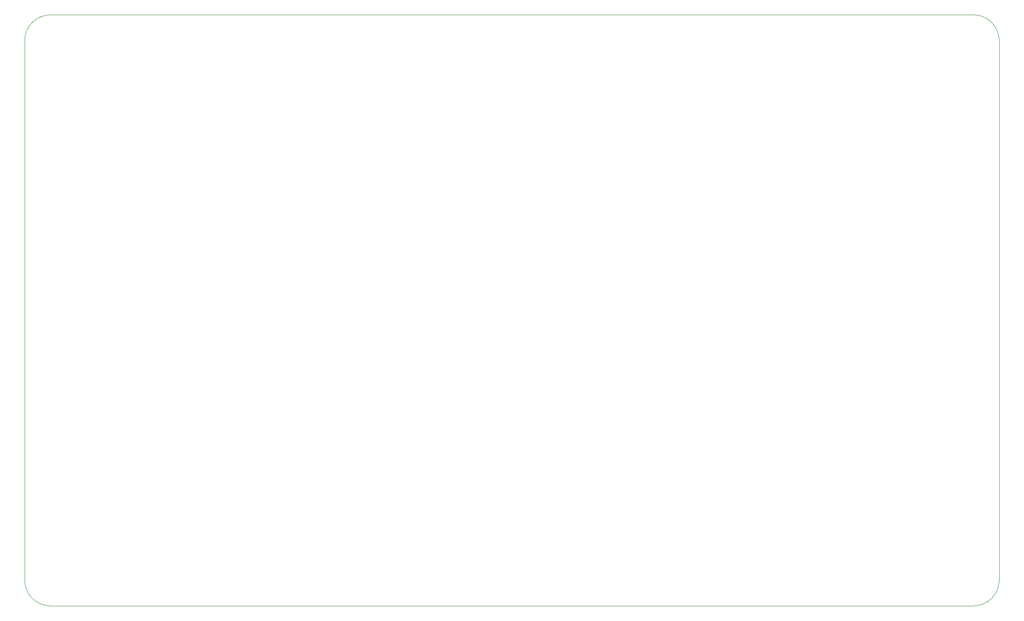
<source format=gm1>
G04 #@! TF.GenerationSoftware,KiCad,Pcbnew,5.1.10-88a1d61d58~90~ubuntu20.04.1*
G04 #@! TF.CreationDate,2021-08-18T14:00:20-04:00*
G04 #@! TF.ProjectId,single_ended_tube_amp,73696e67-6c65-45f6-956e-6465645f7475,0*
G04 #@! TF.SameCoordinates,Original*
G04 #@! TF.FileFunction,Profile,NP*
%FSLAX46Y46*%
G04 Gerber Fmt 4.6, Leading zero omitted, Abs format (unit mm)*
G04 Created by KiCad (PCBNEW 5.1.10-88a1d61d58~90~ubuntu20.04.1) date 2021-08-18 14:00:20*
%MOMM*%
%LPD*%
G01*
G04 APERTURE LIST*
G04 #@! TA.AperFunction,Profile*
%ADD10C,0.100000*%
G04 #@! TD*
G04 APERTURE END LIST*
D10*
X180340000Y-135890000D02*
G75*
G02*
X175260000Y-140970000I-5080000J0D01*
G01*
X175260000Y-25400000D02*
G75*
G02*
X180340000Y-30480000I0J-5080000D01*
G01*
X-5080000Y-140970000D02*
G75*
G02*
X-10160000Y-135890000I0J5080000D01*
G01*
X-10160000Y-30480000D02*
G75*
G02*
X-5080000Y-25400000I5080000J0D01*
G01*
X180340000Y-30480000D02*
X180340000Y-30480000D01*
X-5080000Y-25400000D02*
X175260000Y-25400000D01*
X-10160000Y-30480000D02*
X-10160000Y-30480000D01*
X-10160000Y-135890000D02*
X-10160000Y-30480000D01*
X175260000Y-140970000D02*
X-5080000Y-140970000D01*
X180340000Y-30480000D02*
X180340000Y-135890000D01*
M02*

</source>
